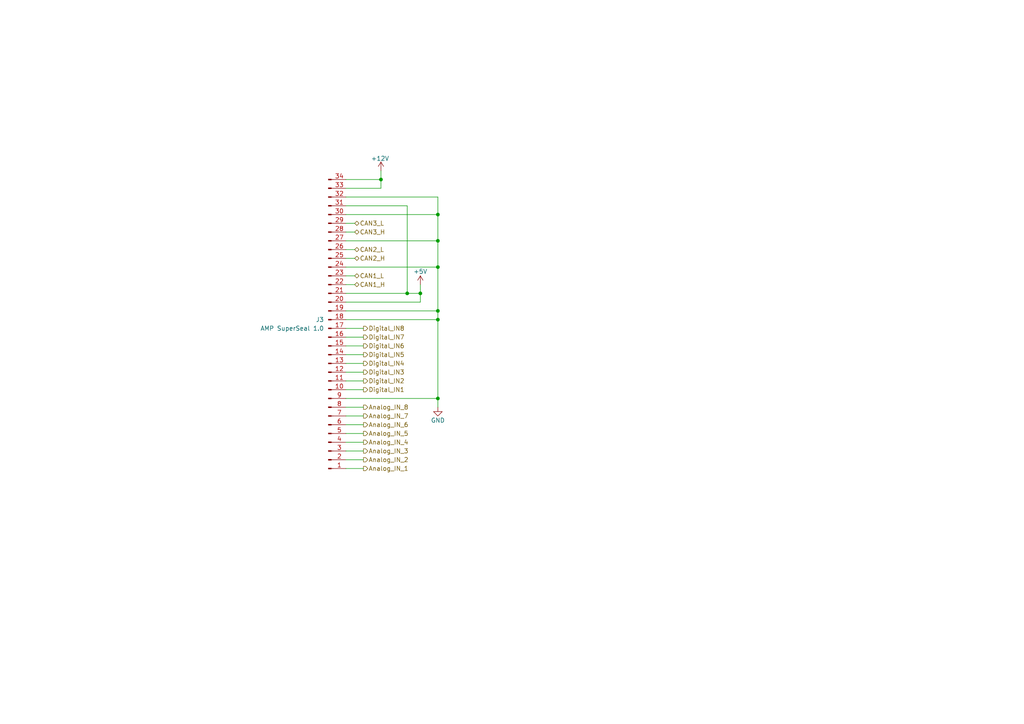
<source format=kicad_sch>
(kicad_sch
	(version 20231120)
	(generator "eeschema")
	(generator_version "8.0")
	(uuid "b876a2d9-6bbf-422b-bdb5-88496bc7a1db")
	(paper "A4")
	(lib_symbols
		(symbol "Connector:Conn_01x34_Male"
			(pin_names
				(offset 1.016) hide)
			(exclude_from_sim no)
			(in_bom yes)
			(on_board yes)
			(property "Reference" "J"
				(at 0 43.18 0)
				(effects
					(font
						(size 1.27 1.27)
					)
				)
			)
			(property "Value" "Conn_01x34_Male"
				(at 0 -45.72 0)
				(effects
					(font
						(size 1.27 1.27)
					)
				)
			)
			(property "Footprint" ""
				(at 0 0 0)
				(effects
					(font
						(size 1.27 1.27)
					)
					(hide yes)
				)
			)
			(property "Datasheet" "~"
				(at 0 0 0)
				(effects
					(font
						(size 1.27 1.27)
					)
					(hide yes)
				)
			)
			(property "Description" "Generic connector, single row, 01x34, script generated (kicad-library-utils/schlib/autogen/connector/)"
				(at 0 0 0)
				(effects
					(font
						(size 1.27 1.27)
					)
					(hide yes)
				)
			)
			(property "ki_keywords" "connector"
				(at 0 0 0)
				(effects
					(font
						(size 1.27 1.27)
					)
					(hide yes)
				)
			)
			(property "ki_fp_filters" "Connector*:*_1x??_*"
				(at 0 0 0)
				(effects
					(font
						(size 1.27 1.27)
					)
					(hide yes)
				)
			)
			(symbol "Conn_01x34_Male_1_1"
				(polyline
					(pts
						(xy 1.27 -43.18) (xy 0.8636 -43.18)
					)
					(stroke
						(width 0.1524)
						(type default)
					)
					(fill
						(type none)
					)
				)
				(polyline
					(pts
						(xy 1.27 -40.64) (xy 0.8636 -40.64)
					)
					(stroke
						(width 0.1524)
						(type default)
					)
					(fill
						(type none)
					)
				)
				(polyline
					(pts
						(xy 1.27 -38.1) (xy 0.8636 -38.1)
					)
					(stroke
						(width 0.1524)
						(type default)
					)
					(fill
						(type none)
					)
				)
				(polyline
					(pts
						(xy 1.27 -35.56) (xy 0.8636 -35.56)
					)
					(stroke
						(width 0.1524)
						(type default)
					)
					(fill
						(type none)
					)
				)
				(polyline
					(pts
						(xy 1.27 -33.02) (xy 0.8636 -33.02)
					)
					(stroke
						(width 0.1524)
						(type default)
					)
					(fill
						(type none)
					)
				)
				(polyline
					(pts
						(xy 1.27 -30.48) (xy 0.8636 -30.48)
					)
					(stroke
						(width 0.1524)
						(type default)
					)
					(fill
						(type none)
					)
				)
				(polyline
					(pts
						(xy 1.27 -27.94) (xy 0.8636 -27.94)
					)
					(stroke
						(width 0.1524)
						(type default)
					)
					(fill
						(type none)
					)
				)
				(polyline
					(pts
						(xy 1.27 -25.4) (xy 0.8636 -25.4)
					)
					(stroke
						(width 0.1524)
						(type default)
					)
					(fill
						(type none)
					)
				)
				(polyline
					(pts
						(xy 1.27 -22.86) (xy 0.8636 -22.86)
					)
					(stroke
						(width 0.1524)
						(type default)
					)
					(fill
						(type none)
					)
				)
				(polyline
					(pts
						(xy 1.27 -20.32) (xy 0.8636 -20.32)
					)
					(stroke
						(width 0.1524)
						(type default)
					)
					(fill
						(type none)
					)
				)
				(polyline
					(pts
						(xy 1.27 -17.78) (xy 0.8636 -17.78)
					)
					(stroke
						(width 0.1524)
						(type default)
					)
					(fill
						(type none)
					)
				)
				(polyline
					(pts
						(xy 1.27 -15.24) (xy 0.8636 -15.24)
					)
					(stroke
						(width 0.1524)
						(type default)
					)
					(fill
						(type none)
					)
				)
				(polyline
					(pts
						(xy 1.27 -12.7) (xy 0.8636 -12.7)
					)
					(stroke
						(width 0.1524)
						(type default)
					)
					(fill
						(type none)
					)
				)
				(polyline
					(pts
						(xy 1.27 -10.16) (xy 0.8636 -10.16)
					)
					(stroke
						(width 0.1524)
						(type default)
					)
					(fill
						(type none)
					)
				)
				(polyline
					(pts
						(xy 1.27 -7.62) (xy 0.8636 -7.62)
					)
					(stroke
						(width 0.1524)
						(type default)
					)
					(fill
						(type none)
					)
				)
				(polyline
					(pts
						(xy 1.27 -5.08) (xy 0.8636 -5.08)
					)
					(stroke
						(width 0.1524)
						(type default)
					)
					(fill
						(type none)
					)
				)
				(polyline
					(pts
						(xy 1.27 -2.54) (xy 0.8636 -2.54)
					)
					(stroke
						(width 0.1524)
						(type default)
					)
					(fill
						(type none)
					)
				)
				(polyline
					(pts
						(xy 1.27 0) (xy 0.8636 0)
					)
					(stroke
						(width 0.1524)
						(type default)
					)
					(fill
						(type none)
					)
				)
				(polyline
					(pts
						(xy 1.27 2.54) (xy 0.8636 2.54)
					)
					(stroke
						(width 0.1524)
						(type default)
					)
					(fill
						(type none)
					)
				)
				(polyline
					(pts
						(xy 1.27 5.08) (xy 0.8636 5.08)
					)
					(stroke
						(width 0.1524)
						(type default)
					)
					(fill
						(type none)
					)
				)
				(polyline
					(pts
						(xy 1.27 7.62) (xy 0.8636 7.62)
					)
					(stroke
						(width 0.1524)
						(type default)
					)
					(fill
						(type none)
					)
				)
				(polyline
					(pts
						(xy 1.27 10.16) (xy 0.8636 10.16)
					)
					(stroke
						(width 0.1524)
						(type default)
					)
					(fill
						(type none)
					)
				)
				(polyline
					(pts
						(xy 1.27 12.7) (xy 0.8636 12.7)
					)
					(stroke
						(width 0.1524)
						(type default)
					)
					(fill
						(type none)
					)
				)
				(polyline
					(pts
						(xy 1.27 15.24) (xy 0.8636 15.24)
					)
					(stroke
						(width 0.1524)
						(type default)
					)
					(fill
						(type none)
					)
				)
				(polyline
					(pts
						(xy 1.27 17.78) (xy 0.8636 17.78)
					)
					(stroke
						(width 0.1524)
						(type default)
					)
					(fill
						(type none)
					)
				)
				(polyline
					(pts
						(xy 1.27 20.32) (xy 0.8636 20.32)
					)
					(stroke
						(width 0.1524)
						(type default)
					)
					(fill
						(type none)
					)
				)
				(polyline
					(pts
						(xy 1.27 22.86) (xy 0.8636 22.86)
					)
					(stroke
						(width 0.1524)
						(type default)
					)
					(fill
						(type none)
					)
				)
				(polyline
					(pts
						(xy 1.27 25.4) (xy 0.8636 25.4)
					)
					(stroke
						(width 0.1524)
						(type default)
					)
					(fill
						(type none)
					)
				)
				(polyline
					(pts
						(xy 1.27 27.94) (xy 0.8636 27.94)
					)
					(stroke
						(width 0.1524)
						(type default)
					)
					(fill
						(type none)
					)
				)
				(polyline
					(pts
						(xy 1.27 30.48) (xy 0.8636 30.48)
					)
					(stroke
						(width 0.1524)
						(type default)
					)
					(fill
						(type none)
					)
				)
				(polyline
					(pts
						(xy 1.27 33.02) (xy 0.8636 33.02)
					)
					(stroke
						(width 0.1524)
						(type default)
					)
					(fill
						(type none)
					)
				)
				(polyline
					(pts
						(xy 1.27 35.56) (xy 0.8636 35.56)
					)
					(stroke
						(width 0.1524)
						(type default)
					)
					(fill
						(type none)
					)
				)
				(polyline
					(pts
						(xy 1.27 38.1) (xy 0.8636 38.1)
					)
					(stroke
						(width 0.1524)
						(type default)
					)
					(fill
						(type none)
					)
				)
				(polyline
					(pts
						(xy 1.27 40.64) (xy 0.8636 40.64)
					)
					(stroke
						(width 0.1524)
						(type default)
					)
					(fill
						(type none)
					)
				)
				(rectangle
					(start 0.8636 -43.053)
					(end 0 -43.307)
					(stroke
						(width 0.1524)
						(type default)
					)
					(fill
						(type outline)
					)
				)
				(rectangle
					(start 0.8636 -40.513)
					(end 0 -40.767)
					(stroke
						(width 0.1524)
						(type default)
					)
					(fill
						(type outline)
					)
				)
				(rectangle
					(start 0.8636 -37.973)
					(end 0 -38.227)
					(stroke
						(width 0.1524)
						(type default)
					)
					(fill
						(type outline)
					)
				)
				(rectangle
					(start 0.8636 -35.433)
					(end 0 -35.687)
					(stroke
						(width 0.1524)
						(type default)
					)
					(fill
						(type outline)
					)
				)
				(rectangle
					(start 0.8636 -32.893)
					(end 0 -33.147)
					(stroke
						(width 0.1524)
						(type default)
					)
					(fill
						(type outline)
					)
				)
				(rectangle
					(start 0.8636 -30.353)
					(end 0 -30.607)
					(stroke
						(width 0.1524)
						(type default)
					)
					(fill
						(type outline)
					)
				)
				(rectangle
					(start 0.8636 -27.813)
					(end 0 -28.067)
					(stroke
						(width 0.1524)
						(type default)
					)
					(fill
						(type outline)
					)
				)
				(rectangle
					(start 0.8636 -25.273)
					(end 0 -25.527)
					(stroke
						(width 0.1524)
						(type default)
					)
					(fill
						(type outline)
					)
				)
				(rectangle
					(start 0.8636 -22.733)
					(end 0 -22.987)
					(stroke
						(width 0.1524)
						(type default)
					)
					(fill
						(type outline)
					)
				)
				(rectangle
					(start 0.8636 -20.193)
					(end 0 -20.447)
					(stroke
						(width 0.1524)
						(type default)
					)
					(fill
						(type outline)
					)
				)
				(rectangle
					(start 0.8636 -17.653)
					(end 0 -17.907)
					(stroke
						(width 0.1524)
						(type default)
					)
					(fill
						(type outline)
					)
				)
				(rectangle
					(start 0.8636 -15.113)
					(end 0 -15.367)
					(stroke
						(width 0.1524)
						(type default)
					)
					(fill
						(type outline)
					)
				)
				(rectangle
					(start 0.8636 -12.573)
					(end 0 -12.827)
					(stroke
						(width 0.1524)
						(type default)
					)
					(fill
						(type outline)
					)
				)
				(rectangle
					(start 0.8636 -10.033)
					(end 0 -10.287)
					(stroke
						(width 0.1524)
						(type default)
					)
					(fill
						(type outline)
					)
				)
				(rectangle
					(start 0.8636 -7.493)
					(end 0 -7.747)
					(stroke
						(width 0.1524)
						(type default)
					)
					(fill
						(type outline)
					)
				)
				(rectangle
					(start 0.8636 -4.953)
					(end 0 -5.207)
					(stroke
						(width 0.1524)
						(type default)
					)
					(fill
						(type outline)
					)
				)
				(rectangle
					(start 0.8636 -2.413)
					(end 0 -2.667)
					(stroke
						(width 0.1524)
						(type default)
					)
					(fill
						(type outline)
					)
				)
				(rectangle
					(start 0.8636 0.127)
					(end 0 -0.127)
					(stroke
						(width 0.1524)
						(type default)
					)
					(fill
						(type outline)
					)
				)
				(rectangle
					(start 0.8636 2.667)
					(end 0 2.413)
					(stroke
						(width 0.1524)
						(type default)
					)
					(fill
						(type outline)
					)
				)
				(rectangle
					(start 0.8636 5.207)
					(end 0 4.953)
					(stroke
						(width 0.1524)
						(type default)
					)
					(fill
						(type outline)
					)
				)
				(rectangle
					(start 0.8636 7.747)
					(end 0 7.493)
					(stroke
						(width 0.1524)
						(type default)
					)
					(fill
						(type outline)
					)
				)
				(rectangle
					(start 0.8636 10.287)
					(end 0 10.033)
					(stroke
						(width 0.1524)
						(type default)
					)
					(fill
						(type outline)
					)
				)
				(rectangle
					(start 0.8636 12.827)
					(end 0 12.573)
					(stroke
						(width 0.1524)
						(type default)
					)
					(fill
						(type outline)
					)
				)
				(rectangle
					(start 0.8636 15.367)
					(end 0 15.113)
					(stroke
						(width 0.1524)
						(type default)
					)
					(fill
						(type outline)
					)
				)
				(rectangle
					(start 0.8636 17.907)
					(end 0 17.653)
					(stroke
						(width 0.1524)
						(type default)
					)
					(fill
						(type outline)
					)
				)
				(rectangle
					(start 0.8636 20.447)
					(end 0 20.193)
					(stroke
						(width 0.1524)
						(type default)
					)
					(fill
						(type outline)
					)
				)
				(rectangle
					(start 0.8636 22.987)
					(end 0 22.733)
					(stroke
						(width 0.1524)
						(type default)
					)
					(fill
						(type outline)
					)
				)
				(rectangle
					(start 0.8636 25.527)
					(end 0 25.273)
					(stroke
						(width 0.1524)
						(type default)
					)
					(fill
						(type outline)
					)
				)
				(rectangle
					(start 0.8636 28.067)
					(end 0 27.813)
					(stroke
						(width 0.1524)
						(type default)
					)
					(fill
						(type outline)
					)
				)
				(rectangle
					(start 0.8636 30.607)
					(end 0 30.353)
					(stroke
						(width 0.1524)
						(type default)
					)
					(fill
						(type outline)
					)
				)
				(rectangle
					(start 0.8636 33.147)
					(end 0 32.893)
					(stroke
						(width 0.1524)
						(type default)
					)
					(fill
						(type outline)
					)
				)
				(rectangle
					(start 0.8636 35.687)
					(end 0 35.433)
					(stroke
						(width 0.1524)
						(type default)
					)
					(fill
						(type outline)
					)
				)
				(rectangle
					(start 0.8636 38.227)
					(end 0 37.973)
					(stroke
						(width 0.1524)
						(type default)
					)
					(fill
						(type outline)
					)
				)
				(rectangle
					(start 0.8636 40.767)
					(end 0 40.513)
					(stroke
						(width 0.1524)
						(type default)
					)
					(fill
						(type outline)
					)
				)
				(pin passive line
					(at 5.08 40.64 180)
					(length 3.81)
					(name "Pin_1"
						(effects
							(font
								(size 1.27 1.27)
							)
						)
					)
					(number "1"
						(effects
							(font
								(size 1.27 1.27)
							)
						)
					)
				)
				(pin passive line
					(at 5.08 17.78 180)
					(length 3.81)
					(name "Pin_10"
						(effects
							(font
								(size 1.27 1.27)
							)
						)
					)
					(number "10"
						(effects
							(font
								(size 1.27 1.27)
							)
						)
					)
				)
				(pin passive line
					(at 5.08 15.24 180)
					(length 3.81)
					(name "Pin_11"
						(effects
							(font
								(size 1.27 1.27)
							)
						)
					)
					(number "11"
						(effects
							(font
								(size 1.27 1.27)
							)
						)
					)
				)
				(pin passive line
					(at 5.08 12.7 180)
					(length 3.81)
					(name "Pin_12"
						(effects
							(font
								(size 1.27 1.27)
							)
						)
					)
					(number "12"
						(effects
							(font
								(size 1.27 1.27)
							)
						)
					)
				)
				(pin passive line
					(at 5.08 10.16 180)
					(length 3.81)
					(name "Pin_13"
						(effects
							(font
								(size 1.27 1.27)
							)
						)
					)
					(number "13"
						(effects
							(font
								(size 1.27 1.27)
							)
						)
					)
				)
				(pin passive line
					(at 5.08 7.62 180)
					(length 3.81)
					(name "Pin_14"
						(effects
							(font
								(size 1.27 1.27)
							)
						)
					)
					(number "14"
						(effects
							(font
								(size 1.27 1.27)
							)
						)
					)
				)
				(pin passive line
					(at 5.08 5.08 180)
					(length 3.81)
					(name "Pin_15"
						(effects
							(font
								(size 1.27 1.27)
							)
						)
					)
					(number "15"
						(effects
							(font
								(size 1.27 1.27)
							)
						)
					)
				)
				(pin passive line
					(at 5.08 2.54 180)
					(length 3.81)
					(name "Pin_16"
						(effects
							(font
								(size 1.27 1.27)
							)
						)
					)
					(number "16"
						(effects
							(font
								(size 1.27 1.27)
							)
						)
					)
				)
				(pin passive line
					(at 5.08 0 180)
					(length 3.81)
					(name "Pin_17"
						(effects
							(font
								(size 1.27 1.27)
							)
						)
					)
					(number "17"
						(effects
							(font
								(size 1.27 1.27)
							)
						)
					)
				)
				(pin passive line
					(at 5.08 -2.54 180)
					(length 3.81)
					(name "Pin_18"
						(effects
							(font
								(size 1.27 1.27)
							)
						)
					)
					(number "18"
						(effects
							(font
								(size 1.27 1.27)
							)
						)
					)
				)
				(pin passive line
					(at 5.08 -5.08 180)
					(length 3.81)
					(name "Pin_19"
						(effects
							(font
								(size 1.27 1.27)
							)
						)
					)
					(number "19"
						(effects
							(font
								(size 1.27 1.27)
							)
						)
					)
				)
				(pin passive line
					(at 5.08 38.1 180)
					(length 3.81)
					(name "Pin_2"
						(effects
							(font
								(size 1.27 1.27)
							)
						)
					)
					(number "2"
						(effects
							(font
								(size 1.27 1.27)
							)
						)
					)
				)
				(pin passive line
					(at 5.08 -7.62 180)
					(length 3.81)
					(name "Pin_20"
						(effects
							(font
								(size 1.27 1.27)
							)
						)
					)
					(number "20"
						(effects
							(font
								(size 1.27 1.27)
							)
						)
					)
				)
				(pin passive line
					(at 5.08 -10.16 180)
					(length 3.81)
					(name "Pin_21"
						(effects
							(font
								(size 1.27 1.27)
							)
						)
					)
					(number "21"
						(effects
							(font
								(size 1.27 1.27)
							)
						)
					)
				)
				(pin passive line
					(at 5.08 -12.7 180)
					(length 3.81)
					(name "Pin_22"
						(effects
							(font
								(size 1.27 1.27)
							)
						)
					)
					(number "22"
						(effects
							(font
								(size 1.27 1.27)
							)
						)
					)
				)
				(pin passive line
					(at 5.08 -15.24 180)
					(length 3.81)
					(name "Pin_23"
						(effects
							(font
								(size 1.27 1.27)
							)
						)
					)
					(number "23"
						(effects
							(font
								(size 1.27 1.27)
							)
						)
					)
				)
				(pin passive line
					(at 5.08 -17.78 180)
					(length 3.81)
					(name "Pin_24"
						(effects
							(font
								(size 1.27 1.27)
							)
						)
					)
					(number "24"
						(effects
							(font
								(size 1.27 1.27)
							)
						)
					)
				)
				(pin passive line
					(at 5.08 -20.32 180)
					(length 3.81)
					(name "Pin_25"
						(effects
							(font
								(size 1.27 1.27)
							)
						)
					)
					(number "25"
						(effects
							(font
								(size 1.27 1.27)
							)
						)
					)
				)
				(pin passive line
					(at 5.08 -22.86 180)
					(length 3.81)
					(name "Pin_26"
						(effects
							(font
								(size 1.27 1.27)
							)
						)
					)
					(number "26"
						(effects
							(font
								(size 1.27 1.27)
							)
						)
					)
				)
				(pin passive line
					(at 5.08 -25.4 180)
					(length 3.81)
					(name "Pin_27"
						(effects
							(font
								(size 1.27 1.27)
							)
						)
					)
					(number "27"
						(effects
							(font
								(size 1.27 1.27)
							)
						)
					)
				)
				(pin passive line
					(at 5.08 -27.94 180)
					(length 3.81)
					(name "Pin_28"
						(effects
							(font
								(size 1.27 1.27)
							)
						)
					)
					(number "28"
						(effects
							(font
								(size 1.27 1.27)
							)
						)
					)
				)
				(pin passive line
					(at 5.08 -30.48 180)
					(length 3.81)
					(name "Pin_29"
						(effects
							(font
								(size 1.27 1.27)
							)
						)
					)
					(number "29"
						(effects
							(font
								(size 1.27 1.27)
							)
						)
					)
				)
				(pin passive line
					(at 5.08 35.56 180)
					(length 3.81)
					(name "Pin_3"
						(effects
							(font
								(size 1.27 1.27)
							)
						)
					)
					(number "3"
						(effects
							(font
								(size 1.27 1.27)
							)
						)
					)
				)
				(pin passive line
					(at 5.08 -33.02 180)
					(length 3.81)
					(name "Pin_30"
						(effects
							(font
								(size 1.27 1.27)
							)
						)
					)
					(number "30"
						(effects
							(font
								(size 1.27 1.27)
							)
						)
					)
				)
				(pin passive line
					(at 5.08 -35.56 180)
					(length 3.81)
					(name "Pin_31"
						(effects
							(font
								(size 1.27 1.27)
							)
						)
					)
					(number "31"
						(effects
							(font
								(size 1.27 1.27)
							)
						)
					)
				)
				(pin passive line
					(at 5.08 -38.1 180)
					(length 3.81)
					(name "Pin_32"
						(effects
							(font
								(size 1.27 1.27)
							)
						)
					)
					(number "32"
						(effects
							(font
								(size 1.27 1.27)
							)
						)
					)
				)
				(pin passive line
					(at 5.08 -40.64 180)
					(length 3.81)
					(name "Pin_33"
						(effects
							(font
								(size 1.27 1.27)
							)
						)
					)
					(number "33"
						(effects
							(font
								(size 1.27 1.27)
							)
						)
					)
				)
				(pin passive line
					(at 5.08 -43.18 180)
					(length 3.81)
					(name "Pin_34"
						(effects
							(font
								(size 1.27 1.27)
							)
						)
					)
					(number "34"
						(effects
							(font
								(size 1.27 1.27)
							)
						)
					)
				)
				(pin passive line
					(at 5.08 33.02 180)
					(length 3.81)
					(name "Pin_4"
						(effects
							(font
								(size 1.27 1.27)
							)
						)
					)
					(number "4"
						(effects
							(font
								(size 1.27 1.27)
							)
						)
					)
				)
				(pin passive line
					(at 5.08 30.48 180)
					(length 3.81)
					(name "Pin_5"
						(effects
							(font
								(size 1.27 1.27)
							)
						)
					)
					(number "5"
						(effects
							(font
								(size 1.27 1.27)
							)
						)
					)
				)
				(pin passive line
					(at 5.08 27.94 180)
					(length 3.81)
					(name "Pin_6"
						(effects
							(font
								(size 1.27 1.27)
							)
						)
					)
					(number "6"
						(effects
							(font
								(size 1.27 1.27)
							)
						)
					)
				)
				(pin passive line
					(at 5.08 25.4 180)
					(length 3.81)
					(name "Pin_7"
						(effects
							(font
								(size 1.27 1.27)
							)
						)
					)
					(number "7"
						(effects
							(font
								(size 1.27 1.27)
							)
						)
					)
				)
				(pin passive line
					(at 5.08 22.86 180)
					(length 3.81)
					(name "Pin_8"
						(effects
							(font
								(size 1.27 1.27)
							)
						)
					)
					(number "8"
						(effects
							(font
								(size 1.27 1.27)
							)
						)
					)
				)
				(pin passive line
					(at 5.08 20.32 180)
					(length 3.81)
					(name "Pin_9"
						(effects
							(font
								(size 1.27 1.27)
							)
						)
					)
					(number "9"
						(effects
							(font
								(size 1.27 1.27)
							)
						)
					)
				)
			)
		)
		(symbol "power:+12V"
			(power)
			(pin_names
				(offset 0)
			)
			(exclude_from_sim no)
			(in_bom yes)
			(on_board yes)
			(property "Reference" "#PWR"
				(at 0 -3.81 0)
				(effects
					(font
						(size 1.27 1.27)
					)
					(hide yes)
				)
			)
			(property "Value" "+12V"
				(at 0 3.556 0)
				(effects
					(font
						(size 1.27 1.27)
					)
				)
			)
			(property "Footprint" ""
				(at 0 0 0)
				(effects
					(font
						(size 1.27 1.27)
					)
					(hide yes)
				)
			)
			(property "Datasheet" ""
				(at 0 0 0)
				(effects
					(font
						(size 1.27 1.27)
					)
					(hide yes)
				)
			)
			(property "Description" "Power symbol creates a global label with name \"+12V\""
				(at 0 0 0)
				(effects
					(font
						(size 1.27 1.27)
					)
					(hide yes)
				)
			)
			(property "ki_keywords" "global power"
				(at 0 0 0)
				(effects
					(font
						(size 1.27 1.27)
					)
					(hide yes)
				)
			)
			(symbol "+12V_0_1"
				(polyline
					(pts
						(xy -0.762 1.27) (xy 0 2.54)
					)
					(stroke
						(width 0)
						(type default)
					)
					(fill
						(type none)
					)
				)
				(polyline
					(pts
						(xy 0 0) (xy 0 2.54)
					)
					(stroke
						(width 0)
						(type default)
					)
					(fill
						(type none)
					)
				)
				(polyline
					(pts
						(xy 0 2.54) (xy 0.762 1.27)
					)
					(stroke
						(width 0)
						(type default)
					)
					(fill
						(type none)
					)
				)
			)
			(symbol "+12V_1_1"
				(pin power_in line
					(at 0 0 90)
					(length 0) hide
					(name "+12V"
						(effects
							(font
								(size 1.27 1.27)
							)
						)
					)
					(number "1"
						(effects
							(font
								(size 1.27 1.27)
							)
						)
					)
				)
			)
		)
		(symbol "power:+5V"
			(power)
			(pin_names
				(offset 0)
			)
			(exclude_from_sim no)
			(in_bom yes)
			(on_board yes)
			(property "Reference" "#PWR"
				(at 0 -3.81 0)
				(effects
					(font
						(size 1.27 1.27)
					)
					(hide yes)
				)
			)
			(property "Value" "+5V"
				(at 0 3.556 0)
				(effects
					(font
						(size 1.27 1.27)
					)
				)
			)
			(property "Footprint" ""
				(at 0 0 0)
				(effects
					(font
						(size 1.27 1.27)
					)
					(hide yes)
				)
			)
			(property "Datasheet" ""
				(at 0 0 0)
				(effects
					(font
						(size 1.27 1.27)
					)
					(hide yes)
				)
			)
			(property "Description" "Power symbol creates a global label with name \"+5V\""
				(at 0 0 0)
				(effects
					(font
						(size 1.27 1.27)
					)
					(hide yes)
				)
			)
			(property "ki_keywords" "power-flag"
				(at 0 0 0)
				(effects
					(font
						(size 1.27 1.27)
					)
					(hide yes)
				)
			)
			(symbol "+5V_0_1"
				(polyline
					(pts
						(xy -0.762 1.27) (xy 0 2.54)
					)
					(stroke
						(width 0)
						(type default)
					)
					(fill
						(type none)
					)
				)
				(polyline
					(pts
						(xy 0 0) (xy 0 2.54)
					)
					(stroke
						(width 0)
						(type default)
					)
					(fill
						(type none)
					)
				)
				(polyline
					(pts
						(xy 0 2.54) (xy 0.762 1.27)
					)
					(stroke
						(width 0)
						(type default)
					)
					(fill
						(type none)
					)
				)
			)
			(symbol "+5V_1_1"
				(pin power_in line
					(at 0 0 90)
					(length 0) hide
					(name "+5V"
						(effects
							(font
								(size 1.27 1.27)
							)
						)
					)
					(number "1"
						(effects
							(font
								(size 1.27 1.27)
							)
						)
					)
				)
			)
		)
		(symbol "power:GND"
			(power)
			(pin_names
				(offset 0)
			)
			(exclude_from_sim no)
			(in_bom yes)
			(on_board yes)
			(property "Reference" "#PWR"
				(at 0 -6.35 0)
				(effects
					(font
						(size 1.27 1.27)
					)
					(hide yes)
				)
			)
			(property "Value" "GND"
				(at 0 -3.81 0)
				(effects
					(font
						(size 1.27 1.27)
					)
				)
			)
			(property "Footprint" ""
				(at 0 0 0)
				(effects
					(font
						(size 1.27 1.27)
					)
					(hide yes)
				)
			)
			(property "Datasheet" ""
				(at 0 0 0)
				(effects
					(font
						(size 1.27 1.27)
					)
					(hide yes)
				)
			)
			(property "Description" "Power symbol creates a global label with name \"GND\" , ground"
				(at 0 0 0)
				(effects
					(font
						(size 1.27 1.27)
					)
					(hide yes)
				)
			)
			(property "ki_keywords" "global power"
				(at 0 0 0)
				(effects
					(font
						(size 1.27 1.27)
					)
					(hide yes)
				)
			)
			(symbol "GND_0_1"
				(polyline
					(pts
						(xy 0 0) (xy 0 -1.27) (xy 1.27 -1.27) (xy 0 -2.54) (xy -1.27 -1.27) (xy 0 -1.27)
					)
					(stroke
						(width 0)
						(type default)
					)
					(fill
						(type none)
					)
				)
			)
			(symbol "GND_1_1"
				(pin power_in line
					(at 0 0 270)
					(length 0) hide
					(name "GND"
						(effects
							(font
								(size 1.27 1.27)
							)
						)
					)
					(number "1"
						(effects
							(font
								(size 1.27 1.27)
							)
						)
					)
				)
			)
		)
	)
	(junction
		(at 127 62.23)
		(diameter 0)
		(color 0 0 0 0)
		(uuid "5bfc8b57-e308-4948-976a-22dec42b5c6c")
	)
	(junction
		(at 127 115.57)
		(diameter 0)
		(color 0 0 0 0)
		(uuid "72046728-28d2-4340-bdd3-faef5e44687f")
	)
	(junction
		(at 118.11 85.09)
		(diameter 0)
		(color 0 0 0 0)
		(uuid "76a3cf1f-9b53-4ada-be5e-7a92f015ef94")
	)
	(junction
		(at 127 92.71)
		(diameter 0)
		(color 0 0 0 0)
		(uuid "a2f22ec6-3286-424b-a710-f64dbb2208d2")
	)
	(junction
		(at 121.92 85.09)
		(diameter 0)
		(color 0 0 0 0)
		(uuid "a318f1e0-f666-4559-9b22-ef9a6fa1cba8")
	)
	(junction
		(at 127 90.17)
		(diameter 0)
		(color 0 0 0 0)
		(uuid "edf7dd1b-db20-4cb2-be79-3af60a6d6b6e")
	)
	(junction
		(at 127 77.47)
		(diameter 0)
		(color 0 0 0 0)
		(uuid "f473ed9b-ec74-49c4-913a-97ae496005e9")
	)
	(junction
		(at 110.49 52.07)
		(diameter 0)
		(color 0 0 0 0)
		(uuid "f5a1c01a-4bcc-439e-9e66-f2af59f00971")
	)
	(junction
		(at 127 69.85)
		(diameter 0)
		(color 0 0 0 0)
		(uuid "f9be746c-20b6-4985-bd95-916eb7e80e5f")
	)
	(wire
		(pts
			(xy 100.33 72.39) (xy 102.87 72.39)
		)
		(stroke
			(width 0)
			(type default)
		)
		(uuid "01f04f56-de5b-4950-a73e-6caf2b35f4f7")
	)
	(wire
		(pts
			(xy 100.33 57.15) (xy 127 57.15)
		)
		(stroke
			(width 0)
			(type default)
		)
		(uuid "022c733f-978a-4dc5-8daf-6bb69f7ade76")
	)
	(wire
		(pts
			(xy 127 69.85) (xy 127 77.47)
		)
		(stroke
			(width 0)
			(type default)
		)
		(uuid "03f309b6-4b92-44fa-bb0d-158f7454d915")
	)
	(wire
		(pts
			(xy 100.33 92.71) (xy 127 92.71)
		)
		(stroke
			(width 0)
			(type default)
		)
		(uuid "065a80e7-6f89-4771-bb83-d0ce26b6ff71")
	)
	(wire
		(pts
			(xy 100.33 135.89) (xy 105.41 135.89)
		)
		(stroke
			(width 0)
			(type default)
		)
		(uuid "073aa7ae-c0dd-47a7-9930-4d7e6a9f7b07")
	)
	(wire
		(pts
			(xy 100.33 54.61) (xy 110.49 54.61)
		)
		(stroke
			(width 0)
			(type default)
		)
		(uuid "14c63978-e6c3-41a7-a009-89fee4c3e35a")
	)
	(wire
		(pts
			(xy 100.33 125.73) (xy 105.41 125.73)
		)
		(stroke
			(width 0)
			(type default)
		)
		(uuid "19d172c8-309c-489f-bb48-a1542822bd1a")
	)
	(wire
		(pts
			(xy 100.33 133.35) (xy 105.41 133.35)
		)
		(stroke
			(width 0)
			(type default)
		)
		(uuid "27a0b8b7-75a3-4e6c-9cae-bf7013efa8a1")
	)
	(wire
		(pts
			(xy 118.11 85.09) (xy 121.92 85.09)
		)
		(stroke
			(width 0)
			(type default)
		)
		(uuid "29198fc5-9bc1-446f-b25e-5ef5e098ca89")
	)
	(wire
		(pts
			(xy 127 57.15) (xy 127 62.23)
		)
		(stroke
			(width 0)
			(type default)
		)
		(uuid "2ed1cc3b-46d3-45ea-ae1a-4971458cc729")
	)
	(wire
		(pts
			(xy 110.49 54.61) (xy 110.49 52.07)
		)
		(stroke
			(width 0)
			(type default)
		)
		(uuid "2fa25140-d97b-408b-9f08-6a0f341341bf")
	)
	(wire
		(pts
			(xy 100.33 59.69) (xy 118.11 59.69)
		)
		(stroke
			(width 0)
			(type default)
		)
		(uuid "308d299e-79c6-4679-9f53-4f0bc7329db0")
	)
	(wire
		(pts
			(xy 100.33 52.07) (xy 110.49 52.07)
		)
		(stroke
			(width 0)
			(type default)
		)
		(uuid "30db6358-2204-44f4-8c1f-071e32da638b")
	)
	(wire
		(pts
			(xy 100.33 113.03) (xy 105.41 113.03)
		)
		(stroke
			(width 0)
			(type default)
		)
		(uuid "3ae09e00-0689-42b8-93d6-edb4c848ad21")
	)
	(wire
		(pts
			(xy 100.33 128.27) (xy 105.41 128.27)
		)
		(stroke
			(width 0)
			(type default)
		)
		(uuid "3dacae00-7601-443a-8d8c-49c9d5187e77")
	)
	(wire
		(pts
			(xy 127 90.17) (xy 127 92.71)
		)
		(stroke
			(width 0)
			(type default)
		)
		(uuid "43f7efbf-6616-4b45-9300-574e1dcf115a")
	)
	(wire
		(pts
			(xy 100.33 97.79) (xy 105.41 97.79)
		)
		(stroke
			(width 0)
			(type default)
		)
		(uuid "4b698bb6-1740-47ad-819d-d97599515502")
	)
	(wire
		(pts
			(xy 100.33 115.57) (xy 127 115.57)
		)
		(stroke
			(width 0)
			(type default)
		)
		(uuid "4b9905cf-9e52-439f-96ad-5713c9b750f8")
	)
	(wire
		(pts
			(xy 100.33 87.63) (xy 121.92 87.63)
		)
		(stroke
			(width 0)
			(type default)
		)
		(uuid "506a1c02-8080-4e0c-8cf0-a2c79a76d262")
	)
	(wire
		(pts
			(xy 100.33 77.47) (xy 127 77.47)
		)
		(stroke
			(width 0)
			(type default)
		)
		(uuid "508ad2f4-814a-44c6-b4e9-45ae728100ff")
	)
	(wire
		(pts
			(xy 118.11 59.69) (xy 118.11 85.09)
		)
		(stroke
			(width 0)
			(type default)
		)
		(uuid "5d180116-c42d-417c-b9f0-ce94a72fbd27")
	)
	(wire
		(pts
			(xy 100.33 62.23) (xy 127 62.23)
		)
		(stroke
			(width 0)
			(type default)
		)
		(uuid "68e4836a-270d-47cf-bf64-d8d1467d8279")
	)
	(wire
		(pts
			(xy 100.33 130.81) (xy 105.41 130.81)
		)
		(stroke
			(width 0)
			(type default)
		)
		(uuid "6b895613-24e5-4a80-8bbe-8d2305936f7b")
	)
	(wire
		(pts
			(xy 100.33 107.95) (xy 105.41 107.95)
		)
		(stroke
			(width 0)
			(type default)
		)
		(uuid "7518576c-d2a5-4e48-9d5a-6f3619aaafc7")
	)
	(wire
		(pts
			(xy 100.33 69.85) (xy 127 69.85)
		)
		(stroke
			(width 0)
			(type default)
		)
		(uuid "7ce7d41c-3e4f-4fe8-993a-04515f068528")
	)
	(wire
		(pts
			(xy 100.33 90.17) (xy 127 90.17)
		)
		(stroke
			(width 0)
			(type default)
		)
		(uuid "7d18aa0b-80db-44f8-adc0-e77e4bdf8f6b")
	)
	(wire
		(pts
			(xy 110.49 49.53) (xy 110.49 52.07)
		)
		(stroke
			(width 0)
			(type default)
		)
		(uuid "7d3383b4-27fa-4ad8-a8ad-fdbd3d44b3da")
	)
	(wire
		(pts
			(xy 100.33 123.19) (xy 105.41 123.19)
		)
		(stroke
			(width 0)
			(type default)
		)
		(uuid "9047c403-5ba6-47f8-b48e-5814bf92891e")
	)
	(wire
		(pts
			(xy 100.33 80.01) (xy 102.87 80.01)
		)
		(stroke
			(width 0)
			(type default)
		)
		(uuid "97aa7827-8886-4532-9e16-412c57a1ca26")
	)
	(wire
		(pts
			(xy 100.33 95.25) (xy 105.41 95.25)
		)
		(stroke
			(width 0)
			(type default)
		)
		(uuid "9c2affcf-1858-4592-8b95-aefc37ce465a")
	)
	(wire
		(pts
			(xy 100.33 102.87) (xy 105.41 102.87)
		)
		(stroke
			(width 0)
			(type default)
		)
		(uuid "a41655b8-f28a-4e49-b9ec-3245311ae46c")
	)
	(wire
		(pts
			(xy 121.92 85.09) (xy 121.92 82.55)
		)
		(stroke
			(width 0)
			(type default)
		)
		(uuid "a667dcd5-b1b5-4fe9-8d36-ae01465d08d1")
	)
	(wire
		(pts
			(xy 127 62.23) (xy 127 69.85)
		)
		(stroke
			(width 0)
			(type default)
		)
		(uuid "ad72666e-abc1-4c4c-ba71-46ee60d8d93e")
	)
	(wire
		(pts
			(xy 100.33 85.09) (xy 118.11 85.09)
		)
		(stroke
			(width 0)
			(type default)
		)
		(uuid "aefcf936-1475-4ba5-9088-2a2a498bcd2a")
	)
	(wire
		(pts
			(xy 100.33 110.49) (xy 105.41 110.49)
		)
		(stroke
			(width 0)
			(type default)
		)
		(uuid "b1fbf514-68c0-4b5e-b3d8-15cb37f24262")
	)
	(wire
		(pts
			(xy 127 92.71) (xy 127 115.57)
		)
		(stroke
			(width 0)
			(type default)
		)
		(uuid "b8f733db-b6ba-4a86-b40f-588dd1412cc2")
	)
	(wire
		(pts
			(xy 100.33 82.55) (xy 102.87 82.55)
		)
		(stroke
			(width 0)
			(type default)
		)
		(uuid "bd4f0283-86a9-4740-86c5-c7e01a518f1e")
	)
	(wire
		(pts
			(xy 100.33 120.65) (xy 105.41 120.65)
		)
		(stroke
			(width 0)
			(type default)
		)
		(uuid "bfd66a65-0e54-493c-bae1-b22a8d7c1b91")
	)
	(wire
		(pts
			(xy 127 77.47) (xy 127 90.17)
		)
		(stroke
			(width 0)
			(type default)
		)
		(uuid "c33391c1-a5cf-449c-a36c-ceefd0a47233")
	)
	(wire
		(pts
			(xy 100.33 67.31) (xy 102.87 67.31)
		)
		(stroke
			(width 0)
			(type default)
		)
		(uuid "c7631f8b-d7ce-426c-b0a4-9ba677870c42")
	)
	(wire
		(pts
			(xy 127 115.57) (xy 127 118.11)
		)
		(stroke
			(width 0)
			(type default)
		)
		(uuid "d3f41144-a3d5-4e5b-866f-7da72cd93327")
	)
	(wire
		(pts
			(xy 100.33 64.77) (xy 102.87 64.77)
		)
		(stroke
			(width 0)
			(type default)
		)
		(uuid "dc35e666-cb7c-413f-83c8-0a7f9d07879d")
	)
	(wire
		(pts
			(xy 100.33 74.93) (xy 102.87 74.93)
		)
		(stroke
			(width 0)
			(type default)
		)
		(uuid "dea9f158-09d7-45c0-b0c5-a2f4ded18fca")
	)
	(wire
		(pts
			(xy 100.33 100.33) (xy 105.41 100.33)
		)
		(stroke
			(width 0)
			(type default)
		)
		(uuid "e612a52b-7177-4ef7-8d5d-60daee8cc82e")
	)
	(wire
		(pts
			(xy 100.33 105.41) (xy 105.41 105.41)
		)
		(stroke
			(width 0)
			(type default)
		)
		(uuid "f5b45a4b-5e46-4c3b-82be-fd8f8514b8bd")
	)
	(wire
		(pts
			(xy 121.92 85.09) (xy 121.92 87.63)
		)
		(stroke
			(width 0)
			(type default)
		)
		(uuid "fa289c44-36f1-42e2-8cbe-8d409f395370")
	)
	(wire
		(pts
			(xy 100.33 118.11) (xy 105.41 118.11)
		)
		(stroke
			(width 0)
			(type default)
		)
		(uuid "fe1194bf-ad50-4646-83af-4e78e2dbf9a8")
	)
	(hierarchical_label "Digital_IN7"
		(shape output)
		(at 105.41 97.79 0)
		(fields_autoplaced yes)
		(effects
			(font
				(size 1.27 1.27)
			)
			(justify left)
		)
		(uuid "02d23863-be0a-4547-91ea-6346ef6e9b9a")
	)
	(hierarchical_label "Digital_IN2"
		(shape output)
		(at 105.41 110.49 0)
		(fields_autoplaced yes)
		(effects
			(font
				(size 1.27 1.27)
			)
			(justify left)
		)
		(uuid "14712519-fb04-407d-8a01-107c15d6c7d0")
	)
	(hierarchical_label "CAN1_L"
		(shape bidirectional)
		(at 102.87 80.01 0)
		(fields_autoplaced yes)
		(effects
			(font
				(size 1.27 1.27)
			)
			(justify left)
		)
		(uuid "422d4212-3a89-42b7-beb2-64caa7951228")
	)
	(hierarchical_label "CAN2_H"
		(shape bidirectional)
		(at 102.87 74.93 0)
		(fields_autoplaced yes)
		(effects
			(font
				(size 1.27 1.27)
			)
			(justify left)
		)
		(uuid "4d39720e-a761-4d18-b616-fbaef84cc705")
	)
	(hierarchical_label "Digital_IN1"
		(shape output)
		(at 105.41 113.03 0)
		(fields_autoplaced yes)
		(effects
			(font
				(size 1.27 1.27)
			)
			(justify left)
		)
		(uuid "4dccfbc3-0b2a-4fe0-9ec0-af8deb1019a2")
	)
	(hierarchical_label "CAN3_H"
		(shape bidirectional)
		(at 102.87 67.31 0)
		(fields_autoplaced yes)
		(effects
			(font
				(size 1.27 1.27)
			)
			(justify left)
		)
		(uuid "564c7730-f6be-4583-8591-dddad8784718")
	)
	(hierarchical_label "Digital_IN3"
		(shape output)
		(at 105.41 107.95 0)
		(fields_autoplaced yes)
		(effects
			(font
				(size 1.27 1.27)
			)
			(justify left)
		)
		(uuid "5b65e394-4ede-4b06-92b0-6f581aec28b0")
	)
	(hierarchical_label "Analog_IN_2"
		(shape output)
		(at 105.41 133.35 0)
		(fields_autoplaced yes)
		(effects
			(font
				(size 1.27 1.27)
			)
			(justify left)
		)
		(uuid "5b801850-4e1d-459b-886f-6e48af6f2d6c")
	)
	(hierarchical_label "Analog_IN_6"
		(shape output)
		(at 105.41 123.19 0)
		(fields_autoplaced yes)
		(effects
			(font
				(size 1.27 1.27)
			)
			(justify left)
		)
		(uuid "5e4b44ec-9306-455e-998e-406849e2c762")
	)
	(hierarchical_label "CAN3_L"
		(shape bidirectional)
		(at 102.87 64.77 0)
		(fields_autoplaced yes)
		(effects
			(font
				(size 1.27 1.27)
			)
			(justify left)
		)
		(uuid "61d5f7e1-56b4-49c3-b046-d62d313df22a")
	)
	(hierarchical_label "Digital_IN5"
		(shape output)
		(at 105.41 102.87 0)
		(fields_autoplaced yes)
		(effects
			(font
				(size 1.27 1.27)
			)
			(justify left)
		)
		(uuid "72c8dfd1-7797-4b04-9eb2-0c0b4bce949b")
	)
	(hierarchical_label "Analog_IN_4"
		(shape output)
		(at 105.41 128.27 0)
		(fields_autoplaced yes)
		(effects
			(font
				(size 1.27 1.27)
			)
			(justify left)
		)
		(uuid "810af54b-3f8d-4c01-8f61-fcbb00b42cd1")
	)
	(hierarchical_label "Digital_IN4"
		(shape output)
		(at 105.41 105.41 0)
		(fields_autoplaced yes)
		(effects
			(font
				(size 1.27 1.27)
			)
			(justify left)
		)
		(uuid "87a7ebb9-5be3-4a01-ac00-839acd18e6e2")
	)
	(hierarchical_label "CAN1_H"
		(shape bidirectional)
		(at 102.87 82.55 0)
		(fields_autoplaced yes)
		(effects
			(font
				(size 1.27 1.27)
			)
			(justify left)
		)
		(uuid "89ec779f-6a24-4ad3-a45f-43d4768ac7ef")
	)
	(hierarchical_label "CAN2_L"
		(shape bidirectional)
		(at 102.87 72.39 0)
		(fields_autoplaced yes)
		(effects
			(font
				(size 1.27 1.27)
			)
			(justify left)
		)
		(uuid "9040676e-1408-4f4f-8136-f781bb4afa11")
	)
	(hierarchical_label "Analog_IN_5"
		(shape output)
		(at 105.41 125.73 0)
		(fields_autoplaced yes)
		(effects
			(font
				(size 1.27 1.27)
			)
			(justify left)
		)
		(uuid "a03ae0b2-8723-46ae-b82d-368b2d432a23")
	)
	(hierarchical_label "Digital_IN6"
		(shape output)
		(at 105.41 100.33 0)
		(fields_autoplaced yes)
		(effects
			(font
				(size 1.27 1.27)
			)
			(justify left)
		)
		(uuid "a634f6ca-159a-48d7-99b9-974c2af799d9")
	)
	(hierarchical_label "Analog_IN_3"
		(shape output)
		(at 105.41 130.81 0)
		(fields_autoplaced yes)
		(effects
			(font
				(size 1.27 1.27)
			)
			(justify left)
		)
		(uuid "b0c6eb04-2c6b-49d7-9ef7-c01e1689db5e")
	)
	(hierarchical_label "Analog_IN_8"
		(shape output)
		(at 105.41 118.11 0)
		(fields_autoplaced yes)
		(effects
			(font
				(size 1.27 1.27)
			)
			(justify left)
		)
		(uuid "dbbb6911-d82a-408b-acaf-0d5b497142d2")
	)
	(hierarchical_label "Analog_IN_1"
		(shape output)
		(at 105.41 135.89 0)
		(fields_autoplaced yes)
		(effects
			(font
				(size 1.27 1.27)
			)
			(justify left)
		)
		(uuid "ddaa3dc1-d1c8-4b30-b49c-aa333f07b097")
	)
	(hierarchical_label "Digital_IN8"
		(shape output)
		(at 105.41 95.25 0)
		(fields_autoplaced yes)
		(effects
			(font
				(size 1.27 1.27)
			)
			(justify left)
		)
		(uuid "e5aa8f6e-4b6c-41a2-a0ea-c94a10752e96")
	)
	(hierarchical_label "Analog_IN_7"
		(shape output)
		(at 105.41 120.65 0)
		(fields_autoplaced yes)
		(effects
			(font
				(size 1.27 1.27)
			)
			(justify left)
		)
		(uuid "e7a31edc-a27a-443b-9dca-d2ec4e5c8c01")
	)
	(symbol
		(lib_id "power:+5V")
		(at 121.92 82.55 0)
		(unit 1)
		(exclude_from_sim no)
		(in_bom yes)
		(on_board yes)
		(dnp no)
		(uuid "11373c0b-7ce9-4ce3-ba49-62f9bea71c38")
		(property "Reference" "#PWR0116"
			(at 121.92 86.36 0)
			(effects
				(font
					(size 1.27 1.27)
				)
				(hide yes)
			)
		)
		(property "Value" "+5V"
			(at 121.92 78.74 0)
			(effects
				(font
					(size 1.27 1.27)
				)
			)
		)
		(property "Footprint" ""
			(at 121.92 82.55 0)
			(effects
				(font
					(size 1.27 1.27)
				)
				(hide yes)
			)
		)
		(property "Datasheet" ""
			(at 121.92 82.55 0)
			(effects
				(font
					(size 1.27 1.27)
				)
				(hide yes)
			)
		)
		(property "Description" ""
			(at 121.92 82.55 0)
			(effects
				(font
					(size 1.27 1.27)
				)
				(hide yes)
			)
		)
		(pin "1"
			(uuid "9b6f7da9-d6ed-4f18-96fd-8a45f585ed90")
		)
		(instances
			(project "dats_stm32"
				(path "/e98116d6-d764-40d2-a2d9-7fbc112dfc40/41995c45-e971-4389-804b-501af38fdc4e"
					(reference "#PWR0116")
					(unit 1)
				)
			)
		)
	)
	(symbol
		(lib_id "power:GND")
		(at 127 118.11 0)
		(unit 1)
		(exclude_from_sim no)
		(in_bom yes)
		(on_board yes)
		(dnp no)
		(uuid "5c03a571-f648-45bd-b23b-587bc2d71de4")
		(property "Reference" "#PWR0131"
			(at 127 124.46 0)
			(effects
				(font
					(size 1.27 1.27)
				)
				(hide yes)
			)
		)
		(property "Value" "GND"
			(at 127 121.92 0)
			(effects
				(font
					(size 1.27 1.27)
				)
			)
		)
		(property "Footprint" ""
			(at 127 118.11 0)
			(effects
				(font
					(size 1.27 1.27)
				)
				(hide yes)
			)
		)
		(property "Datasheet" ""
			(at 127 118.11 0)
			(effects
				(font
					(size 1.27 1.27)
				)
				(hide yes)
			)
		)
		(property "Description" ""
			(at 127 118.11 0)
			(effects
				(font
					(size 1.27 1.27)
				)
				(hide yes)
			)
		)
		(pin "1"
			(uuid "12b81b26-dc44-44dc-ae1d-6d21d65e8fca")
		)
		(instances
			(project "dats_stm32"
				(path "/e98116d6-d764-40d2-a2d9-7fbc112dfc40/41995c45-e971-4389-804b-501af38fdc4e"
					(reference "#PWR0131")
					(unit 1)
				)
			)
		)
	)
	(symbol
		(lib_id "Connector:Conn_01x34_Male")
		(at 95.25 95.25 0)
		(mirror x)
		(unit 1)
		(exclude_from_sim no)
		(in_bom yes)
		(on_board yes)
		(dnp no)
		(fields_autoplaced yes)
		(uuid "d9ccb208-0c69-478c-a09e-8c2fe086add8")
		(property "Reference" "J3"
			(at 93.98 92.7099 0)
			(effects
				(font
					(size 1.27 1.27)
				)
				(justify right)
			)
		)
		(property "Value" "AMP SuperSeal 1.0"
			(at 93.98 95.2499 0)
			(effects
				(font
					(size 1.27 1.27)
				)
				(justify right)
			)
		)
		(property "Footprint" "dats_lib:TE_6437288-1"
			(at 95.25 95.25 0)
			(effects
				(font
					(size 1.27 1.27)
				)
				(hide yes)
			)
		)
		(property "Datasheet" "~"
			(at 95.25 95.25 0)
			(effects
				(font
					(size 1.27 1.27)
				)
				(hide yes)
			)
		)
		(property "Description" ""
			(at 95.25 95.25 0)
			(effects
				(font
					(size 1.27 1.27)
				)
				(hide yes)
			)
		)
		(property "Arrow Part Number" ""
			(at 95.25 95.25 0)
			(effects
				(font
					(size 1.27 1.27)
				)
				(hide yes)
			)
		)
		(property "Arrow Price/Stock" ""
			(at 95.25 95.25 0)
			(effects
				(font
					(size 1.27 1.27)
				)
				(hide yes)
			)
		)
		(property "Field4" ""
			(at 95.25 95.25 0)
			(effects
				(font
					(size 1.27 1.27)
				)
				(hide yes)
			)
		)
		(property "Height" ""
			(at 95.25 95.25 0)
			(effects
				(font
					(size 1.27 1.27)
				)
				(hide yes)
			)
		)
		(property "Mouser Part Number" ""
			(at 95.25 95.25 0)
			(effects
				(font
					(size 1.27 1.27)
				)
				(hide yes)
			)
		)
		(property "Mouser Price/Stock" ""
			(at 95.25 95.25 0)
			(effects
				(font
					(size 1.27 1.27)
				)
				(hide yes)
			)
		)
		(property "Order code" ""
			(at 95.25 95.25 0)
			(effects
				(font
					(size 1.27 1.27)
				)
				(hide yes)
			)
		)
		(pin "1"
			(uuid "dd411e1f-2c55-432d-875c-36194a8af58d")
		)
		(pin "10"
			(uuid "fa236731-96b6-4127-ac05-c48216f17c6c")
		)
		(pin "11"
			(uuid "860305f6-9def-44ef-8efa-9ca07d2eece2")
		)
		(pin "12"
			(uuid "8d70b0d4-5701-418b-aae6-eb0985028f43")
		)
		(pin "13"
			(uuid "b2a7d838-6c6d-4e08-b15d-db9838edaa72")
		)
		(pin "14"
			(uuid "04bafc61-c4cd-4eff-ba9b-62459ecb3546")
		)
		(pin "15"
			(uuid "10a053e1-68e1-4896-989f-59ea71329502")
		)
		(pin "16"
			(uuid "3bcf8c45-cb21-48c0-8770-ee6ce9c81d55")
		)
		(pin "17"
			(uuid "ebc302ab-fe75-43a6-8965-697b8aa380e6")
		)
		(pin "18"
			(uuid "9aef535f-1b9b-4f50-8347-c4c7e7222bd5")
		)
		(pin "19"
			(uuid "cd514c3f-adb1-4b44-8a77-ad2bca44b788")
		)
		(pin "2"
			(uuid "b7bf2b1a-878d-4b3c-b214-cf42e98339a8")
		)
		(pin "20"
			(uuid "a2c19819-948a-4f03-8e1e-89e563a3755e")
		)
		(pin "21"
			(uuid "353f688d-ad92-411e-a8d1-68442f73296e")
		)
		(pin "22"
			(uuid "b45110bb-5ee3-4b20-8d09-a3ce1f377901")
		)
		(pin "23"
			(uuid "96aa2541-3a1b-4854-9b51-3847c88e8a53")
		)
		(pin "24"
			(uuid "51b0438f-c726-496d-b1be-661e00f11ca6")
		)
		(pin "25"
			(uuid "a0529eaf-1fc9-41de-8581-03ef76daa2fd")
		)
		(pin "26"
			(uuid "9261d335-eb09-45e9-a250-f650ce86b9cd")
		)
		(pin "27"
			(uuid "9cfaf60f-cb8d-4312-9da2-69480003ffb0")
		)
		(pin "28"
			(uuid "5ccca62c-88cf-4868-93bf-78c1739617ef")
		)
		(pin "29"
			(uuid "415b320c-cb96-4ccb-af44-1743cebe9f9b")
		)
		(pin "3"
			(uuid "71be81e0-5949-4912-92df-cb8c3db74ac0")
		)
		(pin "30"
			(uuid "f8039ac2-f133-477c-a6ff-5c12f30303c7")
		)
		(pin "31"
			(uuid "ccae050a-2ef3-4185-8fc8-54ac93aac11d")
		)
		(pin "32"
			(uuid "4672524b-f674-485b-b5ab-4875fe42ffc6")
		)
		(pin "33"
			(uuid "23f16a2b-f12f-4fa6-88d4-d0a8740c2811")
		)
		(pin "34"
			(uuid "150c22cf-22ec-4258-bc48-9bfbc0c51aad")
		)
		(pin "4"
			(uuid "328d6320-ac43-4153-a14e-e238bb881134")
		)
		(pin "5"
			(uuid "b07a541c-bfaf-49d8-842b-d16ab402e2c7")
		)
		(pin "6"
			(uuid "8d52e8fc-880b-44f7-a6c5-d23110333ac1")
		)
		(pin "7"
			(uuid "159c4be3-3581-42f6-a71d-75d907ec1e22")
		)
		(pin "8"
			(uuid "26ab863d-d7fc-41d0-a1c7-c0a4df0f05db")
		)
		(pin "9"
			(uuid "2b0dce14-333a-48f8-87ca-fefe32b3d007")
		)
		(instances
			(project "dats_stm32"
				(path "/e98116d6-d764-40d2-a2d9-7fbc112dfc40/41995c45-e971-4389-804b-501af38fdc4e"
					(reference "J3")
					(unit 1)
				)
			)
		)
	)
	(symbol
		(lib_id "power:+12V")
		(at 110.49 49.53 0)
		(unit 1)
		(exclude_from_sim no)
		(in_bom yes)
		(on_board yes)
		(dnp no)
		(uuid "f7ddd8bc-a7b4-4cb1-8c36-6ed88f7b9f5e")
		(property "Reference" "#PWR0117"
			(at 110.49 53.34 0)
			(effects
				(font
					(size 1.27 1.27)
				)
				(hide yes)
			)
		)
		(property "Value" "+12V"
			(at 110.236 45.974 0)
			(effects
				(font
					(size 1.27 1.27)
				)
			)
		)
		(property "Footprint" ""
			(at 110.49 49.53 0)
			(effects
				(font
					(size 1.27 1.27)
				)
				(hide yes)
			)
		)
		(property "Datasheet" ""
			(at 110.49 49.53 0)
			(effects
				(font
					(size 1.27 1.27)
				)
				(hide yes)
			)
		)
		(property "Description" ""
			(at 110.49 49.53 0)
			(effects
				(font
					(size 1.27 1.27)
				)
				(hide yes)
			)
		)
		(pin "1"
			(uuid "8b3345e2-2ce3-4b49-b530-893fad0ca29b")
		)
		(instances
			(project "dats_stm32"
				(path "/e98116d6-d764-40d2-a2d9-7fbc112dfc40/41995c45-e971-4389-804b-501af38fdc4e"
					(reference "#PWR0117")
					(unit 1)
				)
			)
		)
	)
)

</source>
